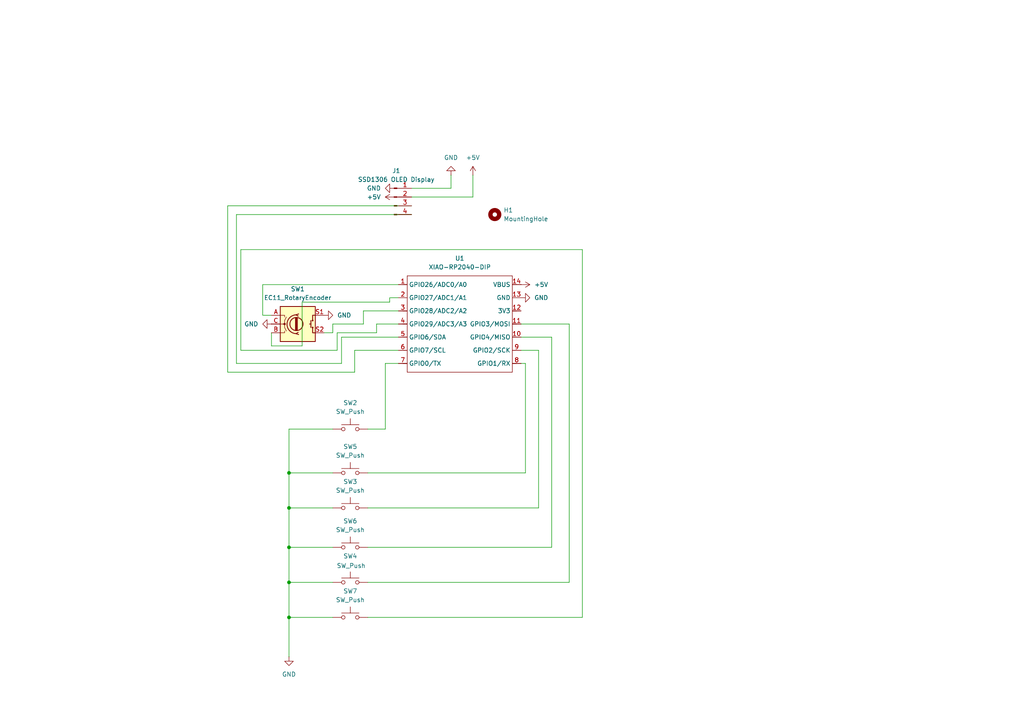
<source format=kicad_sch>
(kicad_sch (version 20250114) (generator "eeschema") (generator_version "9.0")
  (paper "A4")
  (lib_symbols
    (symbol "Connector:Conn_01x04_Pin" (pin_names (offset 1.016) (hide yes))
      (property "Reference" "J" (at 0 5.08 0))
      (property "Value" "Conn_01x04_Pin" (at 0 -7.62 0))
      (symbol "Conn_01x04_Pin_1_1"
        (rectangle (start 0.8636 2.667) (end 0 2.413) (stroke (width 0.1524)) (fill (type outline)))
        (rectangle (start 0.8636 0.127) (end 0 -0.127) (stroke (width 0.1524)) (fill (type outline)))
        (rectangle (start 0.8636 -2.413) (end 0 -2.667) (stroke (width 0.1524)) (fill (type outline)))
        (rectangle (start 0.8636 -4.953) (end 0 -5.207) (stroke (width 0.1524)) (fill (type outline)))
        (polyline (pts (xy 1.27 2.54) (xy 0.8636 2.54)) (stroke (width 0.1524)))
        (polyline (pts (xy 1.27 0) (xy 0.8636 0)) (stroke (width 0.1524)))
        (polyline (pts (xy 1.27 -2.54) (xy 0.8636 -2.54)) (stroke (width 0.1524)))
        (polyline (pts (xy 1.27 -5.08) (xy 0.8636 -5.08)) (stroke (width 0.1524)))
        (pin passive line (at 5.08 2.54 180) (length 3.81) (name "Pin_1") (number "1"))
        (pin passive line (at 5.08 0 180) (length 3.81) (name "Pin_2") (number "2"))
        (pin passive line (at 5.08 -2.54 180) (length 3.81) (name "Pin_3") (number "3"))
        (pin passive line (at 5.08 -5.08 180) (length 3.81) (name "Pin_4") (number "4"))
      )
    )
    (symbol "Device:RotaryEncoder_Switch" (pin_names (offset 0.254) (hide yes))
      (property "Reference" "SW" (at 0 6.604 0))
      (property "Value" "RotaryEncoder_Switch" (at 0 -6.604 0))
      (symbol "RotaryEncoder_Switch_0_1"
        (rectangle (start -5.08 5.08) (end 5.08 -5.08) (stroke (width 0.254)) (fill (type background)))
        (polyline (pts (xy -5.08 2.54) (xy -3.81 2.54) (xy -3.81 2.032)))
        (polyline (pts (xy -5.08 0) (xy -3.81 0) (xy -3.81 -1.016) (xy -3.302 -2.032)))
        (polyline (pts (xy -5.08 -2.54) (xy -3.81 -2.54) (xy -3.81 -2.032)))
        (polyline (pts (xy -4.318 0) (xy -3.81 0) (xy -3.81 1.016) (xy -3.302 2.032)))
        (circle (center -3.81 0) (radius 0.254) (fill (type outline)))
        (polyline (pts (xy -0.635 -1.778) (xy -0.635 1.778)) (stroke (width 0.254)))
        (circle (center -0.381 0) (radius 1.905) (stroke (width 0.254)))
        (polyline (pts (xy -0.381 -1.778) (xy -0.381 1.778)) (stroke (width 0.254)))
        (arc (start -0.381 -2.794) (mid -3.0988 -0.0635) (end -0.381 2.667) (stroke (width 0.254)))
        (polyline (pts (xy -0.127 1.778) (xy -0.127 -1.778)) (stroke (width 0.254)))
        (polyline (pts (xy 0.254 2.921) (xy -0.508 2.667) (xy 0.127 2.286)) (stroke (width 0.254)))
        (polyline (pts (xy 0.254 -3.048) (xy -0.508 -2.794) (xy 0.127 -2.413)) (stroke (width 0.254)))
        (polyline (pts (xy 3.81 1.016) (xy 3.81 -1.016)) (stroke (width 0.254)))
        (polyline (pts (xy 3.81 0) (xy 3.429 0)) (stroke (width 0.254)))
        (circle (center 4.318 1.016) (radius 0.127) (stroke (width 0.254)))
        (circle (center 4.318 -1.016) (radius 0.127) (stroke (width 0.254)))
        (polyline (pts (xy 5.08 2.54) (xy 4.318 2.54) (xy 4.318 1.016)) (stroke (width 0.254)))
        (polyline (pts (xy 5.08 -2.54) (xy 4.318 -2.54) (xy 4.318 -1.016)) (stroke (width 0.254)))
      )
      (symbol "RotaryEncoder_Switch_1_1"
        (pin passive line (at -7.62 2.54 0) (length 2.54) (name "A") (number "A"))
        (pin passive line (at -7.62 0 0) (length 2.54) (name "C") (number "C"))
        (pin passive line (at -7.62 -2.54 0) (length 2.54) (name "B") (number "B"))
        (pin passive line (at 7.62 2.54 180) (length 2.54) (name "S1") (number "S1"))
        (pin passive line (at 7.62 -2.54 180) (length 2.54) (name "S2") (number "S2"))
      )
    )
    (symbol "Mechanical:MountingHole" (pin_names (offset 1.016)) (in_bom no)
      (property "Reference" "H" (at 0 5.08 0))
      (property "Value" "MountingHole" (at 0 3.175 0))
      (symbol "MountingHole_0_1"
        (circle (center 0 0) (radius 1.27) (stroke (width 1.27)))
      )
    )
    (symbol "Switch:SW_Push" (pin_numbers (hide yes)) (pin_names (offset 1.016) (hide yes))
      (property "Reference" "SW" (at 1.27 2.54 0))
      (property "Value" "SW_Push" (at 0 -1.524 0))
      (symbol "SW_Push_0_1"
        (circle (center -2.032 0) (radius 0.508))
        (polyline (pts (xy 0 1.27) (xy 0 3.048)))
        (circle (center 2.032 0) (radius 0.508))
        (polyline (pts (xy 2.54 1.27) (xy -2.54 1.27)))
        (pin passive line (at -5.08 0 0) (length 2.54) (name "1") (number "1"))
        (pin passive line (at 5.08 0 180) (length 2.54) (name "2") (number "2"))
      )
    )
    (symbol "XIAO:XIAO-RP2040-DIP"
      (property "Reference" "U" (at 0 0 0))
      (property "Value" "XIAO-RP2040-DIP" (at 5.334 -1.778 0))
      (symbol "XIAO-RP2040-DIP_1_0"
        (polyline (pts (xy -1.27 -2.54) (xy 29.21 -2.54)) (stroke (width 0.1524)))
        (polyline (pts (xy -1.27 -5.08) (xy -2.54 -5.08)) (stroke (width 0.1524)))
        (polyline (pts (xy -1.27 -5.08) (xy -1.27 -2.54)) (stroke (width 0.1524)))
        (polyline (pts (xy -1.27 -8.89) (xy -2.54 -8.89)) (stroke (width 0.1524)))
        (polyline (pts (xy -1.27 -8.89) (xy -1.27 -5.08)) (stroke (width 0.1524)))
        (polyline (pts (xy -1.27 -12.7) (xy -2.54 -12.7)) (stroke (width 0.1524)))
        (polyline (pts (xy -1.27 -12.7) (xy -1.27 -8.89)) (stroke (width 0.1524)))
        (polyline (pts (xy -1.27 -16.51) (xy -2.54 -16.51)) (stroke (width 0.1524)))
        (polyline (pts (xy -1.27 -16.51) (xy -1.27 -12.7)) (stroke (width 0.1524)))
        (polyline (pts (xy -1.27 -20.32) (xy -2.54 -20.32)) (stroke (width 0.1524)))
        (polyline (pts (xy -1.27 -24.13) (xy -2.54 -24.13)) (stroke (width 0.1524)))
        (polyline (pts (xy -1.27 -27.94) (xy -2.54 -27.94)) (stroke (width 0.1524)))
        (polyline (pts (xy -1.27 -30.48) (xy -1.27 -16.51)) (stroke (width 0.1524)))
        (polyline (pts (xy 29.21 -2.54) (xy 29.21 -5.08)) (stroke (width 0.1524)))
        (polyline (pts (xy 29.21 -5.08) (xy 29.21 -8.89)) (stroke (width 0.1524)))
        (polyline (pts (xy 29.21 -8.89) (xy 29.21 -12.7)) (stroke (width 0.1524)))
        (polyline (pts (xy 29.21 -12.7) (xy 29.21 -30.48)) (stroke (width 0.1524)))
        (polyline (pts (xy 29.21 -30.48) (xy -1.27 -30.48)) (stroke (width 0.1524)))
        (polyline (pts (xy 30.48 -5.08) (xy 29.21 -5.08)) (stroke (width 0.1524)))
        (polyline (pts (xy 30.48 -8.89) (xy 29.21 -8.89)) (stroke (width 0.1524)))
        (polyline (pts (xy 30.48 -12.7) (xy 29.21 -12.7)) (stroke (width 0.1524)))
        (polyline (pts (xy 30.48 -16.51) (xy 29.21 -16.51)) (stroke (width 0.1524)))
        (polyline (pts (xy 30.48 -20.32) (xy 29.21 -20.32)) (stroke (width 0.1524)))
        (polyline (pts (xy 30.48 -24.13) (xy 29.21 -24.13)) (stroke (width 0.1524)))
        (polyline (pts (xy 30.48 -27.94) (xy 29.21 -27.94)) (stroke (width 0.1524)))
        (pin passive line (at -3.81 -5.08 0) (length 2.54) (name "GPIO26/ADC0/A0") (number "1"))
        (pin passive line (at -3.81 -8.89 0) (length 2.54) (name "GPIO27/ADC1/A1") (number "2"))
        (pin passive line (at -3.81 -12.7 0) (length 2.54) (name "GPIO28/ADC2/A2") (number "3"))
        (pin passive line (at -3.81 -16.51 0) (length 2.54) (name "GPIO29/ADC3/A3") (number "4"))
        (pin passive line (at -3.81 -20.32 0) (length 2.54) (name "GPIO6/SDA") (number "5"))
        (pin passive line (at -3.81 -24.13 0) (length 2.54) (name "GPIO7/SCL") (number "6"))
        (pin passive line (at -3.81 -27.94 0) (length 2.54) (name "GPIO0/TX") (number "7"))
        (pin passive line (at 31.75 -5.08 180) (length 2.54) (name "VBUS") (number "14"))
        (pin passive line (at 31.75 -8.89 180) (length 2.54) (name "GND") (number "13"))
        (pin passive line (at 31.75 -12.7 180) (length 2.54) (name "3V3") (number "12"))
        (pin passive line (at 31.75 -16.51 180) (length 2.54) (name "GPIO3/MOSI") (number "11"))
        (pin passive line (at 31.75 -20.32 180) (length 2.54) (name "GPIO4/MISO") (number "10"))
        (pin passive line (at 31.75 -24.13 180) (length 2.54) (name "GPIO2/SCK") (number "9"))
        (pin passive line (at 31.75 -27.94 180) (length 2.54) (name "GPIO1/RX") (number "8"))
      )
    )
    (symbol "power:+5V" (power) (pin_numbers (hide yes)) (pin_names (offset 0) (hide yes))
      (property "Value" "+5V" (at 0 3.556 0))
      (symbol "+5V_0_1"
        (polyline (pts (xy -0.762 1.27) (xy 0 2.54)))
        (polyline (pts (xy 0 2.54) (xy 0.762 1.27)))
        (polyline (pts (xy 0 0) (xy 0 2.54)))
      )
      (symbol "+5V_1_1"
        (pin power_in line (at 0 0 90) (length 0) (name "~") (number "1"))
      )
    )
    (symbol "power:GND" (power) (pin_numbers (hide yes)) (pin_names (offset 0) (hide yes))
      (property "Value" "GND" (at 0 -3.81 0))
      (symbol "GND_0_1"
        (polyline (pts (xy 0 0) (xy 0 -1.27) (xy 1.27 -1.27) (xy 0 -2.54) (xy -1.27 -1.27) (xy 0 -1.27)))
      )
      (symbol "GND_1_1"
        (pin power_in line (at 0 0 270) (length 0) (name "~") (number "1"))
      )
    )
  )
  (junction (at 83.82 158.75))
  (junction (at 83.82 168.91))
  (junction (at 83.82 137.16))
  (junction (at 83.82 147.32))
  (junction (at 83.82 179.07))
  (wire (pts (xy 66.04 59.69) (xy 119.38 59.69)))
  (wire (pts (xy 106.68 137.16) (xy 152.4 137.16)))
  (wire (pts (xy 83.82 158.75) (xy 96.52 158.75)))
  (wire (pts (xy 119.38 54.61) (xy 130.81 54.61)))
  (wire (pts (xy 78.74 91.44) (xy 76.2 91.44)))
  (wire (pts (xy 96.52 93.98) (xy 105.41 93.98)))
  (wire (pts (xy 156.21 101.6) (xy 156.21 147.32)))
  (wire (pts (xy 69.85 101.6) (xy 69.85 72.39)))
  (wire (pts (xy 83.82 147.32) (xy 96.52 147.32)))
  (wire (pts (xy 160.02 158.75) (xy 106.68 158.75)))
  (wire (pts (xy 151.13 105.41) (xy 152.4 105.41)))
  (wire (pts (xy 83.82 158.75) (xy 83.82 168.91)))
  (wire (pts (xy 83.82 179.07) (xy 83.82 190.5)))
  (wire (pts (xy 76.2 82.55) (xy 115.57 82.55)))
  (wire (pts (xy 137.16 57.15) (xy 137.16 50.8)))
  (wire (pts (xy 78.74 100.33) (xy 87.63 100.33)))
  (wire (pts (xy 97.79 101.6) (xy 69.85 101.6)))
  (wire (pts (xy 115.57 93.98) (xy 109.22 93.98)))
  (wire (pts (xy 113.03 87.63) (xy 113.03 86.36)))
  (wire (pts (xy 96.52 96.52) (xy 96.52 93.98)))
  (wire (pts (xy 83.82 124.46) (xy 83.82 137.16)))
  (wire (pts (xy 106.68 168.91) (xy 165.1 168.91)))
  (wire (pts (xy 113.03 86.36) (xy 115.57 86.36)))
  (wire (pts (xy 151.13 97.79) (xy 160.02 97.79)))
  (wire (pts (xy 96.52 124.46) (xy 83.82 124.46)))
  (wire (pts (xy 66.04 107.95) (xy 102.87 107.95)))
  (wire (pts (xy 83.82 168.91) (xy 96.52 168.91)))
  (wire (pts (xy 102.87 107.95) (xy 102.87 101.6)))
  (wire (pts (xy 152.4 105.41) (xy 152.4 137.16)))
  (wire (pts (xy 78.74 96.52) (xy 78.74 100.33)))
  (wire (pts (xy 93.98 96.52) (xy 96.52 96.52)))
  (wire (pts (xy 115.57 105.41) (xy 111.76 105.41)))
  (wire (pts (xy 109.22 93.98) (xy 109.22 96.52)))
  (wire (pts (xy 168.91 179.07) (xy 106.68 179.07)))
  (wire (pts (xy 160.02 97.79) (xy 160.02 158.75)))
  (wire (pts (xy 87.63 100.33) (xy 87.63 87.63)))
  (wire (pts (xy 109.22 96.52) (xy 97.79 96.52)))
  (wire (pts (xy 66.04 59.69) (xy 66.04 107.95)))
  (wire (pts (xy 83.82 137.16) (xy 83.82 147.32)))
  (wire (pts (xy 68.58 105.41) (xy 99.06 105.41)))
  (wire (pts (xy 68.58 62.23) (xy 119.38 62.23)))
  (wire (pts (xy 151.13 101.6) (xy 156.21 101.6)))
  (wire (pts (xy 102.87 101.6) (xy 115.57 101.6)))
  (wire (pts (xy 105.41 93.98) (xy 105.41 90.17)))
  (wire (pts (xy 168.91 72.39) (xy 168.91 179.07)))
  (wire (pts (xy 151.13 93.98) (xy 165.1 93.98)))
  (wire (pts (xy 83.82 179.07) (xy 96.52 179.07)))
  (wire (pts (xy 111.76 124.46) (xy 106.68 124.46)))
  (wire (pts (xy 156.21 147.32) (xy 106.68 147.32)))
  (wire (pts (xy 83.82 137.16) (xy 96.52 137.16)))
  (wire (pts (xy 69.85 72.39) (xy 168.91 72.39)))
  (wire (pts (xy 99.06 97.79) (xy 115.57 97.79)))
  (wire (pts (xy 87.63 87.63) (xy 113.03 87.63)))
  (wire (pts (xy 111.76 105.41) (xy 111.76 124.46)))
  (wire (pts (xy 130.81 50.8) (xy 130.81 54.61)))
  (wire (pts (xy 119.38 57.15) (xy 137.16 57.15)))
  (wire (pts (xy 105.41 90.17) (xy 115.57 90.17)))
  (wire (pts (xy 99.06 105.41) (xy 99.06 97.79)))
  (wire (pts (xy 76.2 91.44) (xy 76.2 82.55)))
  (wire (pts (xy 83.82 147.32) (xy 83.82 158.75)))
  (wire (pts (xy 97.79 96.52) (xy 97.79 101.6)))
  (wire (pts (xy 68.58 62.23) (xy 68.58 105.41)))
  (wire (pts (xy 165.1 93.98) (xy 165.1 168.91)))
  (wire (pts (xy 83.82 168.91) (xy 83.82 179.07)))
  (symbol (lib_id "power:+5V") (at 151.13 82.55 270) (unit 1)
    (property "Reference" "#PWR03" (effects (hide yes)))
    (property "Value" "+5V" (at 154.94 82.5499 90) (effects (justify left)))
    (property "Description" "Power symbol creates a global label with name \"+5V\"" (effects (hide yes)))
  )
  (symbol (lib_id "Switch:SW_Push") (at 101.6 168.91 0) (unit 1)
    (property "Reference" "SW4" (at 101.6 161.29 0))
    (property "Value" "SW_Push" (at 101.854 164.084 0))
    (property "Footprint" "Button_Switch_Keyboard:SW_Cherry_MX_1.00u_PCB" (effects (hide yes)))
    (property "Description" "Push button switch, generic, two pins" (effects (hide yes)))
  )
  (symbol (lib_id "power:GND") (at 93.98 91.44 90) (unit 1)
    (property "Reference" "#PWR07" (effects (hide yes)))
    (property "Value" "GND" (at 97.79 91.4399 90) (effects (justify right)))
    (property "Description" "Power symbol creates a global label with name \"GND\" , ground" (effects (hide yes)))
  )
  (symbol (lib_id "Connector:Conn_01x04_Pin") (at 114.3 57.15 0) (unit 1)
    (property "Reference" "J1" (at 114.935 49.53 0))
    (property "Value" "SSD1306 OLED Display" (at 114.935 52.07 0))
    (property "Footprint" "oled:128x64OLED" (effects (hide yes)))
    (property "Description" "Generic connector, single row, 01x04, script generated" (effects (hide yes)))
  )
  (symbol (lib_id "Switch:SW_Push") (at 101.6 147.32 0) (unit 1)
    (property "Reference" "SW3" (at 101.6 139.7 0))
    (property "Value" "SW_Push" (at 101.6 142.24 0))
    (property "Footprint" "Button_Switch_Keyboard:SW_Cherry_MX_1.00u_PCB" (effects (hide yes)))
    (property "Description" "Push button switch, generic, two pins" (effects (hide yes)))
  )
  (symbol (lib_id "Switch:SW_Push") (at 101.6 137.16 0) (unit 1)
    (property "Reference" "SW5" (at 101.6 129.54 0))
    (property "Value" "SW_Push" (at 101.6 132.08 0))
    (property "Footprint" "Button_Switch_Keyboard:SW_Cherry_MX_1.00u_PCB" (effects (hide yes)))
    (property "Description" "Push button switch, generic, two pins" (effects (hide yes)))
  )
  (symbol (lib_id "power:GND") (at 114.3 54.61 270) (unit 1)
    (property "Reference" "#PWR08" (effects (hide yes)))
    (property "Value" "GND" (at 110.49 54.6099 90) (effects (justify right)))
    (property "Description" "Power symbol creates a global label with name \"GND\" , ground" (effects (hide yes)))
  )
  (symbol (lib_id "Switch:SW_Push") (at 101.6 179.07 0) (unit 1)
    (property "Reference" "SW7" (at 101.6 171.45 0))
    (property "Value" "SW_Push" (at 101.6 173.99 0))
    (property "Footprint" "Button_Switch_Keyboard:SW_Cherry_MX_1.00u_PCB" (effects (hide yes)))
    (property "Description" "Push button switch, generic, two pins" (effects (hide yes)))
  )
  (symbol (lib_id "XIAO:XIAO-RP2040-DIP") (at 119.38 77.47 0) (unit 1)
    (property "Reference" "U1" (at 133.35 74.93 0))
    (property "Value" "XIAO-RP2040-DIP" (at 133.35 77.47 0))
    (property "Footprint" "OPL:XIAO-RP2040-DIP" (effects (hide yes)))
  )
  (symbol (lib_id "power:GND") (at 130.81 50.8 180) (unit 1)
    (property "Reference" "#PWR01" (effects (hide yes)))
    (property "Value" "GND" (at 130.81 45.72 0))
    (property "Description" "Power symbol creates a global label with name \"GND\" , ground" (effects (hide yes)))
  )
  (symbol (lib_id "Switch:SW_Push") (at 101.6 124.46 0) (unit 1)
    (property "Reference" "SW2" (at 101.6 116.84 0))
    (property "Value" "SW_Push" (at 101.6 119.38 0))
    (property "Footprint" "Button_Switch_Keyboard:SW_Cherry_MX_1.00u_PCB" (effects (hide yes)))
    (property "Description" "Push button switch, generic, two pins" (effects (hide yes)))
  )
  (symbol (lib_id "power:+5V") (at 137.16 50.8 0) (unit 1)
    (property "Reference" "#PWR02" (effects (hide yes)))
    (property "Value" "+5V" (at 137.16 45.72 0))
    (property "Description" "Power symbol creates a global label with name \"+5V\"" (effects (hide yes)))
  )
  (symbol (lib_id "power:GND") (at 151.13 86.36 90) (unit 1)
    (property "Reference" "#PWR05" (effects (hide yes)))
    (property "Value" "GND" (at 154.94 86.3599 90) (effects (justify right)))
    (property "Description" "Power symbol creates a global label with name \"GND\" , ground" (effects (hide yes)))
  )
  (symbol (lib_id "Mechanical:MountingHole") (at 143.51 62.23 0) (unit 1) (in_bom no)
    (property "Reference" "H1" (at 146.05 60.9599 0) (effects (justify left)))
    (property "Value" "MountingHole" (at 146.05 63.4999 0) (effects (justify left)))
    (property "Footprint" "MountingHole:MountingHole_3.2mm_M3" (effects (hide yes)))
    (property "Description" "Mounting Hole without connection" (effects (hide yes)))
  )
  (symbol (lib_id "Device:RotaryEncoder_Switch") (at 86.36 93.98 0) (unit 1)
    (property "Reference" "SW1" (at 86.36 83.82 0))
    (property "Value" "EC11_RotaryEncoder" (at 86.36 86.36 0))
    (property "Footprint" "Rotary_Encoder:RotaryEncoder_Alps_EC11E-Switch_Vertical_H20mm" (effects (hide yes)))
    (property "Description" "Rotary encoder, dual channel, incremental quadrate outputs, with switch" (effects (hide yes)))
  )
  (symbol (lib_id "power:+5V") (at 114.3 57.15 90) (unit 1)
    (property "Reference" "#PWR04" (effects (hide yes)))
    (property "Value" "+5V" (at 110.49 57.1499 90) (effects (justify left)))
    (property "Description" "Power symbol creates a global label with name \"+5V\"" (effects (hide yes)))
  )
  (symbol (lib_id "Switch:SW_Push") (at 101.6 158.75 0) (unit 1)
    (property "Reference" "SW6" (at 101.6 151.13 0))
    (property "Value" "SW_Push" (at 101.6 153.67 0))
    (property "Footprint" "Button_Switch_Keyboard:SW_Cherry_MX_1.00u_PCB" (effects (hide yes)))
    (property "Description" "Push button switch, generic, two pins" (effects (hide yes)))
  )
  (symbol (lib_id "power:GND") (at 78.74 93.98 270) (unit 1)
    (property "Reference" "#PWR06" (effects (hide yes)))
    (property "Value" "GND" (at 74.93 93.9799 90) (effects (justify right)))
    (property "Description" "Power symbol creates a global label with name \"GND\" , ground" (effects (hide yes)))
  )
  (symbol (lib_id "power:GND") (at 83.82 190.5 0) (unit 1)
    (property "Reference" "#PWR09" (effects (hide yes)))
    (property "Value" "GND" (at 83.82 195.58 0))
    (property "Description" "Power symbol creates a global label with name \"GND\" , ground" (effects (hide yes)))
  )
)
</source>
